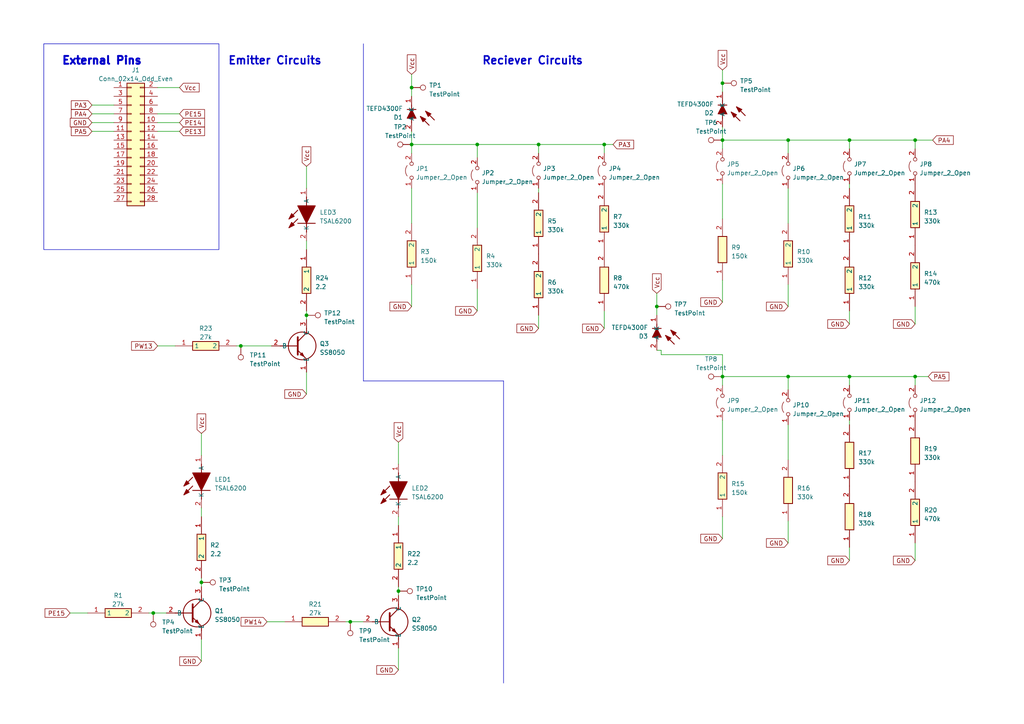
<source format=kicad_sch>
(kicad_sch (version 20230121) (generator eeschema)
  (paper "A4")
  (title_block (title "Sensor Subsystem schematic v1") (date "2024/03/21") (company "University of Cape Town"))
  (lib_symbols
    (symbol "0603WAF1503T5E:0603WAF1503T5E" (pin_names hide)
      (property "Reference" "R" (at 13.97 6.35 0))
      (property "Value" "0603WAF1503T5E" (at 13.97 3.81 0))
      (symbol "0603WAF1503T5E_1_1"
        (pin passive line (at 0 0 0) (length 5.08) (name "1") (number "1"))
        (pin passive line (at 17.78 0 180) (length 5.08) (name "2") (number "2"))
      )
    )
    (symbol "0603WAF1503T5E_1"
      (property "Reference" "R" (at 13.97 6.35 0))
      (property "Value" "0603WAF1503T5E" (at 13.97 3.81 0))
      (symbol "0603WAF1503T5E_1_1_1"
        (pin passive line (at 0 0 0) (length 5.08) (name "1") (number "1"))
        (pin passive line (at 17.78 0 180) (length 5.08) (name "2") (number "2"))
      )
    )
    (symbol "0603WAF1503T5E_2"
      (property "Reference" "R" (at 13.97 6.35 0))
      (property "Value" "0603WAF1503T5E" (at 13.97 3.81 0))
      (symbol "0603WAF1503T5E_2_1_1"
        (pin passive line (at 0 0 0) (length 5.08) (name "1") (number "1"))
        (pin passive line (at 17.78 0 180) (length 5.08) (name "2") (number "2"))
      )
    )
    (symbol "0603WAF1503T5E_3"
      (property "Reference" "R" (at 13.97 6.35 0))
      (property "Value" "0603WAF1503T5E" (at 13.97 3.81 0))
      (symbol "0603WAF1503T5E_3_1_1"
        (pin passive line (at 0 0 0) (length 5.08) (name "1") (number "1"))
        (pin passive line (at 17.78 0 180) (length 5.08) (name "2") (number "2"))
      )
    )
    (symbol "0603WAF1503T5E_4"
      (property "Reference" "R" (at 13.97 6.35 0))
      (property "Value" "0603WAF1503T5E" (at 13.97 3.81 0))
      (symbol "0603WAF1503T5E_4_1_1"
        (pin passive line (at 0 0 0) (length 5.08) (name "1") (number "1"))
        (pin passive line (at 17.78 0 180) (length 5.08) (name "2") (number "2"))
      )
    )
    (symbol "0603WAF1503T5E_5"
      (property "Reference" "R" (at 13.97 6.35 0))
      (property "Value" "0603WAF1503T5E" (at 13.97 3.81 0))
      (symbol "0603WAF1503T5E_5_1_1"
        (pin passive line (at 0 0 0) (length 5.08) (name "1") (number "1"))
        (pin passive line (at 17.78 0 180) (length 5.08) (name "2") (number "2"))
      )
    )
    (symbol "0603WAF1503T5E_6"
      (property "Reference" "R" (at 13.97 6.35 0))
      (property "Value" "0603WAF1503T5E" (at 13.97 3.81 0))
      (symbol "0603WAF1503T5E_6_1_1"
        (pin passive line (at 0 0 0) (length 5.08) (name "1") (number "1"))
        (pin passive line (at 17.78 0 180) (length 5.08) (name "2") (number "2"))
      )
    )
    (symbol "0603WAF1503T5E_7"
      (property "Reference" "R" (at 13.97 6.35 0))
      (property "Value" "0603WAF1503T5E" (at 13.97 3.81 0))
      (symbol "0603WAF1503T5E_7_1_1"
        (pin passive line (at 0 0 0) (length 5.08) (name "1") (number "1"))
        (pin passive line (at 17.78 0 180) (length 5.08) (name "2") (number "2"))
      )
    )
    (symbol "0603WAF1503T5E_8"
      (property "Reference" "R" (at 13.97 6.35 0))
      (property "Value" "0603WAF1503T5E" (at 13.97 3.81 0))
      (symbol "0603WAF1503T5E_8_1_1"
        (pin passive line (at 0 0 0) (length 5.08) (name "1") (number "1"))
        (pin passive line (at 17.78 0 180) (length 5.08) (name "2") (number "2"))
      )
    )
    (symbol "0603WAF3303T5E:0603WAF3303T5E" (pin_names hide)
      (property "Reference" "R" (at 13.97 6.35 0))
      (property "Value" "0603WAF3303T5E" (at 13.97 3.81 0))
      (symbol "0603WAF3303T5E_1_1"
        (pin passive line (at 0 0 0) (length 5.08) (name "1") (number "1"))
        (pin passive line (at 17.78 0 180) (length 5.08) (name "2") (number "2"))
      )
    )
    (symbol "0603WAF3303T5E_1"
      (property "Reference" "R" (at 13.97 6.35 0))
      (property "Value" "0603WAF3303T5E" (at 13.97 3.81 0))
      (symbol "0603WAF3303T5E_1_1_1"
        (pin passive line (at 0 0 0) (length 5.08) (name "1") (number "1"))
        (pin passive line (at 17.78 0 180) (length 5.08) (name "2") (number "2"))
      )
    )
    (symbol "0603WAF3303T5E_2"
      (property "Reference" "R" (at 13.97 6.35 0))
      (property "Value" "0603WAF3303T5E" (at 13.97 3.81 0))
      (symbol "0603WAF3303T5E_2_1_1"
        (pin passive line (at 0 0 0) (length 5.08) (name "1") (number "1"))
        (pin passive line (at 17.78 0 180) (length 5.08) (name "2") (number "2"))
      )
    )
    (symbol "0603WAF4703T5E:0603WAF4703T5E" (pin_names hide)
      (property "Reference" "R" (at 13.97 6.35 0))
      (property "Value" "0603WAF4703T5E" (at 13.97 3.81 0))
      (symbol "0603WAF4703T5E_1_1"
        (pin passive line (at 0 0 0) (length 5.08) (name "1") (number "1"))
        (pin passive line (at 17.78 0 180) (length 5.08) (name "2") (number "2"))
      )
    )
    (symbol "0603WAF4703T5E_1"
      (property "Reference" "R" (at 13.97 6.35 0))
      (property "Value" "0603WAF4703T5E" (at 13.97 3.81 0))
      (symbol "0603WAF4703T5E_1_1_1"
        (pin passive line (at 0 0 0) (length 5.08) (name "1") (number "1"))
        (pin passive line (at 17.78 0 180) (length 5.08) (name "2") (number "2"))
      )
    )
    (symbol "0603WAF4703T5E_2"
      (property "Reference" "R" (at 13.97 6.35 0))
      (property "Value" "0603WAF4703T5E" (at 13.97 3.81 0))
      (symbol "0603WAF4703T5E_2_1_1"
        (pin passive line (at 0 0 0) (length 5.08) (name "1") (number "1"))
        (pin passive line (at 17.78 0 180) (length 5.08) (name "2") (number "2"))
      )
    )
    (symbol "0805W8F220KT5E_1"
      (property "Reference" "R" (at 13.97 6.35 0))
      (property "Value" "0805W8F220KT5E" (at 13.97 3.81 0))
      (symbol "0805W8F220KT5E_1_1_1"
        (pin passive line (at 0 0 0) (length 5.08) (name "1") (number "1"))
        (pin passive line (at 17.78 0 180) (length 5.08) (name "2") (number "2"))
      )
    )
    (symbol "0805W8F220KT5E_2"
      (property "Reference" "R" (at 13.97 6.35 0))
      (property "Value" "0805W8F220KT5E" (at 13.97 3.81 0))
      (symbol "0805W8F220KT5E_2_1_1"
        (pin passive line (at 0 0 0) (length 5.08) (name "1") (number "1"))
        (pin passive line (at 17.78 0 180) (length 5.08) (name "2") (number "2"))
      )
    )
    (symbol "0805W8F2702T5E_1"
      (property "Reference" "R" (at 13.97 6.35 0))
      (property "Value" "0805W8F2702T5E" (at 13.97 3.81 0))
      (symbol "0805W8F2702T5E_1_1_1"
        (pin passive line (at 0 0 0) (length 5.08) (name "1") (number "1"))
        (pin passive line (at 17.78 0 180) (length 5.08) (name "2") (number "2"))
      )
    )
    (symbol "0805W8F2702T5E_2"
      (property "Reference" "R" (at 13.97 6.35 0))
      (property "Value" "0805W8F2702T5E" (at 13.97 3.81 0))
      (symbol "0805W8F2702T5E_2_1_1"
        (pin passive line (at 0 0 0) (length 5.08) (name "1") (number "1"))
        (pin passive line (at 17.78 0 180) (length 5.08) (name "2") (number "2"))
      )
    )
    (symbol "B:SS8050"
      (property "Reference" "Q" (at 13.97 1.27 0))
      (property "Value" "SS8050" (at 13.97 -1.27 0))
      (symbol "SS8050_1_1"
        (pin passive line (at 10.16 -7.62 90) (length 2.54) (name "E") (number "1"))
        (pin passive line (at 0 0 0) (length 2.54) (name "B") (number "2"))
        (pin passive line (at 10.16 7.62 270) (length 2.54) (name "C") (number "3"))
      )
    )
    (symbol "Connector:TestPoint" (pin_numbers hide) (pin_names (offset 0.762) hide)
      (property "Reference" "TP" (at 0 6.858 0))
      (property "Value" "TestPoint" (at 0 5.08 0))
      (symbol "TestPoint_1_1"
        (pin passive line (at 0 0 90) (length 2.54) (name "1") (number "1"))
      )
    )
    (symbol "Connector_Generic:Conn_02x14_Odd_Even" (pin_names (offset 1.016) hide)
      (property "Reference" "J" (at 1.27 17.78 0))
      (property "Value" "Conn_02x14_Odd_Even" (at 1.27 -20.32 0))
      (symbol "Conn_02x14_Odd_Even_1_1"
        (pin passive line (at -5.08 15.24 0) (length 3.81) (name "Pin_1") (number "1"))
        (pin passive line (at 7.62 5.08 180) (length 3.81) (name "Pin_10") (number "10"))
        (pin passive line (at -5.08 2.54 0) (length 3.81) (name "Pin_11") (number "11"))
        (pin passive line (at 7.62 2.54 180) (length 3.81) (name "Pin_12") (number "12"))
        (pin passive line (at -5.08 0 0) (length 3.81) (name "Pin_13") (number "13"))
        (pin passive line (at 7.62 0 180) (length 3.81) (name "Pin_14") (number "14"))
        (pin passive line (at -5.08 -2.54 0) (length 3.81) (name "Pin_15") (number "15"))
        (pin passive line (at 7.62 -2.54 180) (length 3.81) (name "Pin_16") (number "16"))
        (pin passive line (at -5.08 -5.08 0) (length 3.81) (name "Pin_17") (number "17"))
        (pin passive line (at 7.62 -5.08 180) (length 3.81) (name "Pin_18") (number "18"))
        (pin passive line (at -5.08 -7.62 0) (length 3.81) (name "Pin_19") (number "19"))
        (pin passive line (at 7.62 15.24 180) (length 3.81) (name "Pin_2") (number "2"))
        (pin passive line (at 7.62 -7.62 180) (length 3.81) (name "Pin_20") (number "20"))
        (pin passive line (at -5.08 -10.16 0) (length 3.81) (name "Pin_21") (number "21"))
        (pin passive line (at 7.62 -10.16 180) (length 3.81) (name "Pin_22") (number "22"))
        (pin passive line (at -5.08 -12.7 0) (length 3.81) (name "Pin_23") (number "23"))
        (pin passive line (at 7.62 -12.7 180) (length 3.81) (name "Pin_24") (number "24"))
        (pin passive line (at -5.08 -15.24 0) (length 3.81) (name "Pin_25") (number "25"))
        (pin passive line (at 7.62 -15.24 180) (length 3.81) (name "Pin_26") (number "26"))
        (pin passive line (at -5.08 -17.78 0) (length 3.81) (name "Pin_27") (number "27"))
        (pin passive line (at 7.62 -17.78 180) (length 3.81) (name "Pin_28") (number "28"))
        (pin passive line (at -5.08 12.7 0) (length 3.81) (name "Pin_3") (number "3"))
        (pin passive line (at 7.62 12.7 180) (length 3.81) (name "Pin_4") (number "4"))
        (pin passive line (at -5.08 10.16 0) (length 3.81) (name "Pin_5") (number "5"))
        (pin passive line (at 7.62 10.16 180) (length 3.81) (name "Pin_6") (number "6"))
        (pin passive line (at -5.08 7.62 0) (length 3.81) (name "Pin_7") (number "7"))
        (pin passive line (at 7.62 7.62 180) (length 3.81) (name "Pin_8") (number "8"))
        (pin passive line (at -5.08 5.08 0) (length 3.81) (name "Pin_9") (number "9"))
      )
    )
    (symbol "D:0805W8F2702T5E" (pin_names hide)
      (property "Reference" "R" (at 13.97 6.35 0))
      (property "Value" "0805W8F2702T5E" (at 13.97 3.81 0))
      (symbol "0805W8F2702T5E_1_1"
        (pin passive line (at 0 0 0) (length 5.08) (name "1") (number "1"))
        (pin passive line (at 17.78 0 180) (length 5.08) (name "2") (number "2"))
      )
    )
    (symbol "E:0805W8F220KT5E"
      (property "Reference" "R" (at 13.97 6.35 0))
      (property "Value" "0805W8F220KT5E" (at 13.97 3.81 0))
      (symbol "0805W8F220KT5E_1_1"
        (pin passive line (at 0 0 0) (length 5.08) (name "1") (number "1"))
        (pin passive line (at 17.78 0 180) (length 5.08) (name "2") (number "2"))
      )
    )
    (symbol "Jumper:Jumper_2_Open" (pin_names (offset 0) hide)
      (property "Reference" "JP" (at 0 2.794 0))
      (property "Value" "Jumper_2_Open" (at 0 -2.286 0))
      (symbol "Jumper_2_Open_1_1"
        (pin passive line (at -5.08 0 0) (length 2.54) (name "A") (number "1"))
        (pin passive line (at 5.08 0 180) (length 2.54) (name "B") (number "2"))
      )
    )
    (symbol "SS8050_1"
      (property "Reference" "Q" (at 13.97 1.27 0))
      (property "Value" "SS8050" (at 13.97 -1.27 0))
      (symbol "SS8050_1_1_1"
        (pin passive line (at 10.16 -7.62 90) (length 2.54) (name "E") (number "1"))
        (pin passive line (at 0 0 0) (length 2.54) (name "B") (number "2"))
        (pin passive line (at 10.16 7.62 270) (length 2.54) (name "C") (number "3"))
      )
    )
    (symbol "SS8050_2"
      (property "Reference" "Q" (at 13.97 1.27 0))
      (property "Value" "SS8050" (at 13.97 -1.27 0))
      (symbol "SS8050_2_1_1"
        (pin passive line (at 10.16 -7.62 90) (length 2.54) (name "E") (number "1"))
        (pin passive line (at 0 0 0) (length 2.54) (name "B") (number "2"))
        (pin passive line (at 10.16 7.62 270) (length 2.54) (name "C") (number "3"))
      )
    )
    (symbol "TEFD4300F:TEFD4300F"
      (property "Reference" "D" (at 3.302 -3.81 0))
      (property "Value" "TEFD4300F" (at 3.302 -6.35 0))
      (symbol "TEFD4300F_1_1"
        (pin passive line (at 0 -10.16 90) (length 2.54) (name "K") (number "1"))
        (pin passive line (at 0 0 270) (length 2.54) (name "A") (number "2"))
      )
    )
    (symbol "TSAL6200:TSAL6200"
      (property "Reference" "LED" (at 12.7 8.89 0))
      (property "Value" "TSAL6200" (at 12.7 6.35 0))
      (symbol "TSAL6200_1_1"
        (pin passive line (at 15.24 0 180) (length 2.54) (name "A") (number "1"))
        (pin passive line (at 0 0 0) (length 2.54) (name "K") (number "2"))
      )
    )
    (symbol "TSAL6200_1"
      (property "Reference" "LED" (at 12.7 8.89 0))
      (property "Value" "TSAL6200" (at 12.7 6.35 0))
      (symbol "TSAL6200_1_1_1"
        (pin passive line (at 15.24 0 180) (length 2.54) (name "A") (number "1"))
        (pin passive line (at 0 0 0) (length 2.54) (name "K") (number "2"))
      )
    )
    (symbol "TSAL6200_2"
      (property "Reference" "LED" (at 12.7 8.89 0))
      (property "Value" "TSAL6200" (at 12.7 6.35 0))
      (symbol "TSAL6200_2_1_1"
        (pin passive line (at 15.24 0 180) (length 2.54) (name "A") (number "1"))
        (pin passive line (at 0 0 0) (length 2.54) (name "K") (number "2"))
      )
    )
  )
  (junction (at 69.85 100.33))
  (junction (at 228.6 109.22))
  (junction (at 115.57 171.45))
  (junction (at 265.43 109.22))
  (junction (at 175.26 41.91))
  (junction (at 119.38 25.4))
  (junction (at 44.45 177.8))
  (junction (at 138.43 41.91))
  (junction (at 156.21 41.91))
  (junction (at 246.38 40.64))
  (junction (at 246.38 109.22))
  (junction (at 119.38 41.91))
  (junction (at 190.5 88.9))
  (junction (at 58.42 168.91))
  (junction (at 209.55 109.22))
  (junction (at 88.9 91.44))
  (junction (at 209.55 40.64))
  (junction (at 209.55 24.13))
  (junction (at 228.6 40.64))
  (junction (at 101.6 180.34))
  (junction (at 265.43 40.64))
  (wire (pts (xy 119.38 41.91) (xy 119.38 44.45)))
  (wire (pts (xy 26.67 38.1) (xy 33.02 38.1)))
  (wire (pts (xy 246.38 109.22) (xy 246.38 111.76)))
  (wire (pts (xy 246.38 53.34) (xy 246.38 54.61)))
  (wire (pts (xy 246.38 90.17) (xy 246.38 93.98)))
  (wire (pts (xy 156.21 41.91) (xy 156.21 44.45)))
  (wire (pts (xy 115.57 128.27) (xy 115.57 134.62)))
  (wire (pts (xy 26.67 35.56) (xy 33.02 35.56)))
  (wire (pts (xy 209.55 40.64) (xy 228.6 40.64)))
  (wire (pts (xy 156.21 91.44) (xy 156.21 95.25)))
  (wire (pts (xy 119.38 82.55) (xy 119.38 88.9)))
  (wire (pts (xy 209.55 40.64) (xy 209.55 43.18)))
  (wire (pts (xy 246.38 40.64) (xy 265.43 40.64)))
  (wire (pts (xy 209.55 121.92) (xy 209.55 132.08)))
  (wire (pts (xy 119.38 21.59) (xy 119.38 25.4)))
  (wire (pts (xy 246.38 109.22) (xy 265.43 109.22)))
  (wire (pts (xy 175.26 90.17) (xy 175.26 95.25)))
  (wire (pts (xy 209.55 36.83) (xy 209.55 40.64)))
  (wire (pts (xy 228.6 109.22) (xy 228.6 113.03)))
  (wire (pts (xy 191.77 101.6) (xy 190.5 101.6)))
  (wire (pts (xy 191.77 102.87) (xy 191.77 101.6)))
  (wire (pts (xy 265.43 109.22) (xy 265.43 111.76)))
  (wire (pts (xy 265.43 40.64) (xy 270.51 40.64)))
  (wire (pts (xy 44.45 177.8) (xy 48.26 177.8)))
  (wire (pts (xy 138.43 83.82) (xy 138.43 90.17)))
  (wire (pts (xy 101.6 180.34) (xy 105.41 180.34)))
  (wire (pts (xy 228.6 151.13) (xy 228.6 157.48)))
  (wire (pts (xy 100.33 180.34) (xy 101.6 180.34)))
  (wire (pts (xy 190.5 88.9) (xy 190.5 91.44)))
  (wire (pts (xy 58.42 168.91) (xy 58.42 170.18)))
  (wire (pts (xy 68.58 100.33) (xy 69.85 100.33)))
  (wire (pts (xy 209.55 102.87) (xy 209.55 109.22)))
  (wire (pts (xy 77.47 180.34) (xy 82.55 180.34)))
  (wire (pts (xy 265.43 109.22) (xy 269.24 109.22)))
  (wire (pts (xy 26.67 30.48) (xy 33.02 30.48)))
  (wire (pts (xy 43.18 177.8) (xy 44.45 177.8)))
  (wire (pts (xy 246.38 40.64) (xy 246.38 43.18)))
  (wire (pts (xy 45.72 100.33) (xy 50.8 100.33)))
  (wire (pts (xy 190.5 85.09) (xy 190.5 88.9)))
  (wire (pts (xy 228.6 40.64) (xy 228.6 44.45)))
  (wire (pts (xy 175.26 41.91) (xy 175.26 44.45)))
  (wire (pts (xy 119.38 54.61) (xy 119.38 64.77)))
  (wire (pts (xy 246.38 121.92) (xy 246.38 123.19)))
  (wire (pts (xy 45.72 35.56) (xy 52.07 35.56)))
  (wire (pts (xy 115.57 170.18) (xy 115.57 171.45)))
  (wire (pts (xy 246.38 158.75) (xy 246.38 162.56)))
  (wire (pts (xy 156.21 41.91) (xy 175.26 41.91)))
  (wire (pts (xy 209.55 109.22) (xy 228.6 109.22)))
  (wire (pts (xy 209.55 20.32) (xy 209.55 24.13)))
  (wire (pts (xy 115.57 187.96) (xy 115.57 194.31)))
  (wire (pts (xy 119.38 38.1) (xy 119.38 41.91)))
  (wire (pts (xy 265.43 157.48) (xy 265.43 162.56)))
  (wire (pts (xy 45.72 33.02) (xy 52.07 33.02)))
  (polyline (pts (xy 146.05 110.49) (xy 146.05 198.12)))
  (wire (pts (xy 228.6 40.64) (xy 246.38 40.64)))
  (wire (pts (xy 138.43 55.88) (xy 138.43 66.04)))
  (wire (pts (xy 88.9 48.26) (xy 88.9 54.61)))
  (wire (pts (xy 88.9 90.17) (xy 88.9 91.44)))
  (wire (pts (xy 45.72 25.4) (xy 52.07 25.4)))
  (wire (pts (xy 88.9 107.95) (xy 88.9 114.3)))
  (wire (pts (xy 209.55 102.87) (xy 191.77 102.87)))
  (wire (pts (xy 119.38 41.91) (xy 138.43 41.91)))
  (wire (pts (xy 209.55 53.34) (xy 209.55 63.5)))
  (polyline (pts (xy 105.41 12.7) (xy 105.41 110.49)))
  (wire (pts (xy 58.42 167.64) (xy 58.42 168.91)))
  (wire (pts (xy 209.55 81.28) (xy 209.55 87.63)))
  (wire (pts (xy 138.43 41.91) (xy 156.21 41.91)))
  (wire (pts (xy 138.43 41.91) (xy 138.43 45.72)))
  (wire (pts (xy 209.55 109.22) (xy 209.55 111.76)))
  (wire (pts (xy 26.67 33.02) (xy 33.02 33.02)))
  (wire (pts (xy 58.42 147.32) (xy 58.42 149.86)))
  (wire (pts (xy 88.9 91.44) (xy 88.9 92.71)))
  (wire (pts (xy 88.9 69.85) (xy 88.9 72.39)))
  (wire (pts (xy 115.57 171.45) (xy 115.57 172.72)))
  (wire (pts (xy 209.55 149.86) (xy 209.55 156.21)))
  (wire (pts (xy 115.57 149.86) (xy 115.57 152.4)))
  (wire (pts (xy 20.32 177.8) (xy 25.4 177.8)))
  (wire (pts (xy 175.26 41.91) (xy 177.8 41.91)))
  (wire (pts (xy 119.38 25.4) (xy 119.38 27.94)))
  (wire (pts (xy 45.72 38.1) (xy 52.07 38.1)))
  (wire (pts (xy 58.42 125.73) (xy 58.42 132.08)))
  (wire (pts (xy 265.43 40.64) (xy 265.43 43.18)))
  (wire (pts (xy 228.6 123.19) (xy 228.6 133.35)))
  (wire (pts (xy 58.42 185.42) (xy 58.42 191.77)))
  (polyline (pts (xy 105.41 110.49) (xy 146.05 110.49)))
  (wire (pts (xy 69.85 100.33) (xy 78.74 100.33)))
  (wire (pts (xy 228.6 54.61) (xy 228.6 64.77)))
  (wire (pts (xy 265.43 88.9) (xy 265.43 93.98)))
  (wire (pts (xy 209.55 24.13) (xy 209.55 26.67)))
  (wire (pts (xy 156.21 54.61) (xy 156.21 55.88)))
  (wire (pts (xy 228.6 82.55) (xy 228.6 88.9)))
  (wire (pts (xy 228.6 109.22) (xy 246.38 109.22)))
  (rectangle (start 12.7 12.7) (end 63.5 72.39))
  (text "Emitter Circuits" (at 66.04 19.05 0) (effects (font (size 2.27 2.27) (thickness 0.454) bold) (justify left bottom)))
  (text "External Pins\n" (at 17.78 19.05 0) (effects (font (size 2.27 2.27) (thickness 0.654) bold) (justify left bottom)))
  (text "Reciever Circuits" (at 139.7 19.05 0) (effects (font (size 2.27 2.27) bold) (justify left bottom)))
  (global_label "GND" (shape input) (at 228.6 88.9 180) (property "Intersheetrefs" "${INTERSHEET_REFS}" (effects hide)))
  (global_label "GND" (shape input) (at 58.42 191.77 180) (property "Intersheetrefs" "${INTERSHEET_REFS}" (effects hide)))
  (global_label "GND" (shape input) (at 119.38 88.9 180) (property "Intersheetrefs" "${INTERSHEET_REFS}" (effects hide)))
  (global_label "PA5" (shape input) (at 26.67 38.1 180) (property "Intersheetrefs" "${INTERSHEET_REFS}" (effects hide)))
  (global_label "Vcc" (shape input) (at 119.38 21.59 90) (property "Intersheetrefs" "${INTERSHEET_REFS}" (effects hide)))
  (global_label "GND" (shape input) (at 209.55 156.21 180) (property "Intersheetrefs" "${INTERSHEET_REFS}" (effects hide)))
  (global_label "Vcc" (shape input) (at 58.42 125.73 90) (property "Intersheetrefs" "${INTERSHEET_REFS}" (effects hide)))
  (global_label "Vcc" (shape input) (at 115.57 128.27 90) (property "Intersheetrefs" "${INTERSHEET_REFS}" (effects hide)))
  (global_label "GND" (shape input) (at 156.21 95.25 180) (property "Intersheetrefs" "${INTERSHEET_REFS}" (effects hide)))
  (global_label "GND" (shape input) (at 138.43 90.17 180) (property "Intersheetrefs" "${INTERSHEET_REFS}" (effects hide)))
  (global_label "GND" (shape input) (at 246.38 93.98 180) (property "Intersheetrefs" "${INTERSHEET_REFS}" (effects hide)))
  (global_label "PA3" (shape input) (at 26.67 30.48 180) (property "Intersheetrefs" "${INTERSHEET_REFS}" (effects hide)))
  (global_label "GND" (shape input) (at 209.55 87.63 180) (property "Intersheetrefs" "${INTERSHEET_REFS}" (effects hide)))
  (global_label "Vcc" (shape input) (at 88.9 48.26 90) (property "Intersheetrefs" "${INTERSHEET_REFS}" (effects hide)))
  (global_label "PE15" (shape input) (at 52.07 33.02 0) (property "Intersheetrefs" "${INTERSHEET_REFS}" (effects hide)))
  (global_label "Vcc" (shape input) (at 52.07 25.4 0) (property "Intersheetrefs" "${INTERSHEET_REFS}" (effects hide)))
  (global_label "PA5" (shape input) (at 269.24 109.22 0) (property "Intersheetrefs" "${INTERSHEET_REFS}" (effects hide)))
  (global_label "GND" (shape input) (at 88.9 114.3 180) (property "Intersheetrefs" "${INTERSHEET_REFS}" (effects hide)))
  (global_label "PA4" (shape input) (at 270.51 40.64 0) (property "Intersheetrefs" "${INTERSHEET_REFS}" (effects hide)))
  (global_label "GND" (shape input) (at 175.26 95.25 180) (property "Intersheetrefs" "${INTERSHEET_REFS}" (effects hide)))
  (global_label "GND" (shape input) (at 228.6 157.48 180) (property "Intersheetrefs" "${INTERSHEET_REFS}" (effects hide)))
  (global_label "PA3" (shape input) (at 177.8 41.91 0) (property "Intersheetrefs" "${INTERSHEET_REFS}" (effects hide)))
  (global_label "PE13" (shape input) (at 52.07 38.1 0) (property "Intersheetrefs" "${INTERSHEET_REFS}" (effects hide)))
  (global_label "GND" (shape input) (at 265.43 162.56 180) (property "Intersheetrefs" "${INTERSHEET_REFS}" (effects hide)))
  (global_label "PA4" (shape input) (at 26.67 33.02 180) (property "Intersheetrefs" "${INTERSHEET_REFS}" (effects hide)))
  (global_label "GND" (shape input) (at 246.38 162.56 180) (property "Intersheetrefs" "${INTERSHEET_REFS}" (effects hide)))
  (global_label "Vcc" (shape input) (at 209.55 20.32 90) (property "Intersheetrefs" "${INTERSHEET_REFS}" (effects hide)))
  (global_label "PE14" (shape input) (at 52.07 35.56 0) (property "Intersheetrefs" "${INTERSHEET_REFS}" (effects hide)))
  (global_label "PE15" (shape input) (at 20.32 177.8 180) (property "Intersheetrefs" "${INTERSHEET_REFS}" (effects hide)))
  (global_label "GND" (shape input) (at 26.67 35.56 180) (property "Intersheetrefs" "${INTERSHEET_REFS}" (effects hide)))
  (global_label "GND" (shape input) (at 265.43 93.98 180) (property "Intersheetrefs" "${INTERSHEET_REFS}" (effects hide)))
  (global_label "PW13" (shape input) (at 45.72 100.33 180) (property "Intersheetrefs" "${INTERSHEET_REFS}" (effects hide)))
  (global_label "PW14" (shape input) (at 77.47 180.34 180) (property "Intersheetrefs" "${INTERSHEET_REFS}" (effects hide)))
  (global_label "GND" (shape input) (at 115.57 194.31 180) (property "Intersheetrefs" "${INTERSHEET_REFS}" (effects hide)))
  (global_label "Vcc" (shape input) (at 190.5 85.09 90) (property "Intersheetrefs" "${INTERSHEET_REFS}" (effects hide)))
  (symbol (lib_name "0603WAF3303T5E_2") (lib_id "0603WAF3303T5E:0603WAF3303T5E") (at 228.6 82.55 90) (unit 1)
    (property "Reference" "R10" (at 231.14 73.025 90) (effects (justify right)))
    (property "Value" "330k" (at 231.14 75.565 90) (effects (justify right)))
    (property "Footprint" "IRSensor:RESC1608X55N" (effects hide))
    (property "Datasheet" "https://datasheet.lcsc.com/szlcsc/Uniroyal-Elec-0603WAF3303T5E_C23137.pdf" (effects hide))
    (property "Height" "0.55" (effects hide))
    (property "Manufacturer_Name" "Uniroyal Elec" (effects hide))
    (property "Manufacturer_Part_Number" "0603WAF3303T5E" (effects hide))
    (property "LCSC" "0603WAF3303T5E" (effects hide))
    (property "Extended" "0" (effects hide))
    (property "Price" "0.0009" (effects hide))
    (property "Populate" "1" (effects hide))
  )
  (symbol (lib_id "0603WAF1503T5E:0603WAF1503T5E") (at 265.43 139.7 90) (unit 1)
    (property "Reference" "R19" (at 267.97 130.175 90) (effects (justify right)))
    (property "Value" "330k" (at 267.97 132.715 90) (effects (justify right)))
    (property "Footprint" "IRSensor:RESC1608X55N" (effects hide))
    (property "Datasheet" "https://4donline.ihs.com/images/VipMasterIC/IC/UNOD/UNODS00002/UNODS00002-1.pdf?hkey=EF798316E3902B6ED9A73243A3159BB0" (effects hide))
    (property "Height" "0.55" (effects hide))
    (property "Manufacturer_Name" "UniOhm" (effects hide))
    (property "Manufacturer_Part_Number" "0603WAF1503T5E" (effects hide))
    (property "LCSC" "0603WAF1503T5E" (effects hide))
    (property "Extended" "0" (effects hide))
    (property "Price" "0.0009" (effects hide))
    (property "Populate" "1" (effects hide))
  )
  (symbol (lib_id "TEFD4300F:TEFD4300F") (at 190.5 101.6 180) (unit 1)
    (property "Reference" "D3" (at 187.96 97.536 0) (effects (justify left)))
    (property "Value" "TEFD4300F" (at 187.96 94.996 0) (effects (justify left)))
    (property "Footprint" "IRSensor:TEFD4300F" (effects hide))
    (property "Datasheet" "https://www.vishay.com/docs/83472/tefd4300f.pdf" (effects hide))
    (property "Height" "6.1" (effects hide))
    (property "Manufacturer_Name" "Vishay" (effects hide))
    (property "Manufacturer_Part_Number" "TEFD4300F" (effects hide))
    (property "Mouser Part Number" "78-TEFD4300F" (effects hide))
    (property "Mouser Price/Stock" "https://www.mouser.co.uk/ProductDetail/Vishay-Semiconductors/TEFD4300F?qs=%2FiEspNgtOvpTzG8BUJ6PYA%3D%3D" (effects hide))
    (property "Arrow Part Number" "TEFD4300F" (effects hide))
    (property "Arrow Price/Stock" "https://www.arrow.com/en/products/tefd4300f/vishay?region=nac" (effects hide))
    (property "LCSC" "TEFD4300F" (effects hide))
    (property "Extended" "1" (effects hide))
    (property "Price" "0.2241" (effects hide))
    (property "Populate" "1" (effects hide))
  )
  (symbol (lib_id "TEFD4300F:TEFD4300F") (at 119.38 38.1 180) (unit 1)
    (property "Reference" "D1" (at 116.84 34.036 0) (effects (justify left)))
    (property "Value" "TEFD4300F" (at 116.84 31.496 0) (effects (justify left)))
    (property "Footprint" "IRSensor:TEFD4300F" (effects hide))
    (property "Datasheet" "https://www.vishay.com/docs/83472/tefd4300f.pdf" (effects hide))
    (property "Height" "6.1" (effects hide))
    (property "Manufacturer_Name" "Vishay" (effects hide))
    (property "Manufacturer_Part_Number" "TEFD4300F" (effects hide))
    (property "Mouser Part Number" "78-TEFD4300F" (effects hide))
    (property "Mouser Price/Stock" "https://www.mouser.co.uk/ProductDetail/Vishay-Semiconductors/TEFD4300F?qs=%2FiEspNgtOvpTzG8BUJ6PYA%3D%3D" (effects hide))
    (property "Arrow Part Number" "TEFD4300F" (effects hide))
    (property "Arrow Price/Stock" "https://www.arrow.com/en/products/tefd4300f/vishay?region=nac" (effects hide))
    (property "LCSC" "TEFD4300F" (effects hide))
    (property "Extended" "1" (effects hide))
    (property "Price" "0.2241" (effects hide))
    (property "Populate" "1" (effects hide))
  )
  (symbol (lib_id "TSAL6200:TSAL6200") (at 115.57 149.86 90) (unit 1)
    (property "Reference" "LED2" (at 119.38 141.605 90) (effects (justify right)))
    (property "Value" "TSAL6200" (at 119.38 144.145 90) (effects (justify right)))
    (property "Footprint" "IRSensor:TSAL6200" (effects hide))
    (property "Datasheet" "http://www.vishay.com/docs/81010/tsal6200.pdf" (effects hide))
    (property "Height" "9" (effects hide))
    (property "Manufacturer_Name" "Vishay" (effects hide))
    (property "Manufacturer_Part_Number" "TSAL6200" (effects hide))
    (property "Mouser Part Number" "782-TSAL6200" (effects hide))
    (property "Mouser Price/Stock" "https://www.mouser.co.uk/ProductDetail/Vishay-Semiconductors/TSAL6200?qs=GAjK1cmKyrlKVEUhArzG2A%3D%3D" (effects hide))
    (property "Arrow Part Number" "TSAL6200" (effects hide))
    (property "Arrow Price/Stock" "https://www.arrow.com/en/products/tsal6200/vishay?region=nac" (effects hide))
    (property "LCSC" "TSAL6200" (effects hide))
    (property "Extended" "1" (effects hide))
    (property "Price" "0.0936" (effects hide))
    (property "Populate" "1" (effects hide))
  )
  (symbol (lib_id "Connector:TestPoint") (at 190.5 88.9 270) (unit 1)
    (property "Reference" "TP7" (at 195.58 88.265 90) (effects (justify left)))
    (property "Value" "TestPoint" (at 195.58 90.805 90) (effects (justify left)))
    (property "Footprint" "TestPoint:TestPoint_Pad_2.0x2.0mm" (effects hide))
  )
  (symbol (lib_id "Connector:TestPoint") (at 209.55 109.22 90) (unit 1)
    (property "Reference" "TP8" (at 206.248 104.14 90))
    (property "Value" "TestPoint" (at 206.248 106.68 90))
    (property "Footprint" "TestPoint:TestPoint_Pad_2.0x2.0mm" (effects hide))
  )
  (symbol (lib_id "Jumper:Jumper_2_Open") (at 228.6 49.53 90) (unit 1)
    (property "Reference" "JP6" (at 229.87 48.895 90) (effects (justify right)))
    (property "Value" "Jumper_2_Open" (at 229.87 51.435 90) (effects (justify right)))
    (property "Footprint" "TestPoint:TestPoint_2Pads_Pitch2.54mm_Drill0.8mm" (effects hide))
  )
  (symbol (lib_name "0805W8F220KT5E_1") (lib_id "E:0805W8F220KT5E") (at 88.9 72.39 270) (unit 1)
    (property "Reference" "R24" (at 91.44 80.645 90) (effects (justify left)))
    (property "Value" "2.2" (at 91.44 83.185 90) (effects (justify left)))
    (property "Footprint" "IRSensor:RESC2013X65N" (effects hide))
    (property "Datasheet" "https://datasheet.lcsc.com/lcsc/2206010200_UNI-ROYAL-Uniroyal-Elec-0805W8F220KT5E_C17521.pdf" (effects hide))
    (property "Height" "0.65" (effects hide))
    (property "Manufacturer_Name" "ROYALOHM" (effects hide))
    (property "Manufacturer_Part_Number" "0805W8F220KT5E" (effects hide))
    (property "Mouser Part Number" "303-0805W8F220KT5E" (effects hide))
    (property "Mouser Price/Stock" "https://www.mouser.co.uk/ProductDetail/Royalohm/0805W8F220KT5E?qs=e8oIoAS2J1TbpU4qbHZObA%3D%3D" (effects hide))
    (property "LCSC" "0805W8F220KT5E" (effects hide))
    (property "Extended" "0" (effects hide))
    (property "Price" "0.0025" (effects hide))
    (property "Populate" "1" (effects hide))
  )
  (symbol (lib_id "Jumper:Jumper_2_Open") (at 209.55 48.26 90) (unit 1)
    (property "Reference" "JP5" (at 210.82 47.625 90) (effects (justify right)))
    (property "Value" "Jumper_2_Open" (at 210.82 50.165 90) (effects (justify right)))
    (property "Footprint" "TestPoint:TestPoint_2Pads_Pitch2.54mm_Drill0.8mm" (effects hide))
  )
  (symbol (lib_name "0805W8F2702T5E_2") (lib_id "D:0805W8F2702T5E") (at 25.4 177.8 0) (unit 1)
    (property "Reference" "R1" (at 34.29 172.72 0))
    (property "Value" "27k" (at 34.29 175.26 0))
    (property "Footprint" "IRSensor:RESC2013X65N" (effects hide))
    (property "Datasheet" "https://datasheet.lcsc.com/szlcsc/Uniroyal-Elec-0805W8F2702T5E_C17593.pdf" (effects hide))
    (property "Height" "0.65" (effects hide))
    (property "Manufacturer_Name" "UniOhm" (effects hide))
    (property "Manufacturer_Part_Number" "0805W8F2702T5E" (effects hide))
    (property "LCSC" "0805W8F2702T5E" (effects hide))
    (property "Extended" "0" (effects hide))
    (property "Price" "0.0016" (effects hide))
    (property "Populate" "1" (effects hide))
  )
  (symbol (lib_id "Connector:TestPoint") (at 101.6 180.34 180) (unit 1)
    (property "Reference" "TP9" (at 104.14 183.007 0) (effects (justify right)))
    (property "Value" "TestPoint" (at 104.14 185.547 0) (effects (justify right)))
    (property "Footprint" "TestPoint:TestPoint_Pad_2.0x2.0mm" (effects hide))
  )
  (symbol (lib_id "Jumper:Jumper_2_Open") (at 228.6 118.11 90) (unit 1)
    (property "Reference" "JP10" (at 229.87 117.475 90) (effects (justify right)))
    (property "Value" "Jumper_2_Open" (at 229.87 120.015 90) (effects (justify right)))
    (property "Footprint" "TestPoint:TestPoint_2Pads_Pitch2.54mm_Drill0.8mm" (effects hide))
  )
  (symbol (lib_name "0603WAF1503T5E_8") (lib_id "0603WAF1503T5E:0603WAF1503T5E") (at 265.43 71.12 90) (unit 1)
    (property "Reference" "R13" (at 267.97 61.595 90) (effects (justify right)))
    (property "Value" "330k" (at 267.97 64.135 90) (effects (justify right)))
    (property "Footprint" "IRSensor:RESC1608X55N" (effects hide))
    (property "Datasheet" "https://4donline.ihs.com/images/VipMasterIC/IC/UNOD/UNODS00002/UNODS00002-1.pdf?hkey=EF798316E3902B6ED9A73243A3159BB0" (effects hide))
    (property "Height" "0.55" (effects hide))
    (property "Manufacturer_Name" "UniOhm" (effects hide))
    (property "Manufacturer_Part_Number" "0603WAF1503T5E" (effects hide))
    (property "LCSC" "0603WAF1503T5E" (effects hide))
    (property "Extended" "0" (effects hide))
    (property "Price" "0.0009" (effects hide))
    (property "Populate" "1" (effects hide))
  )
  (symbol (lib_name "0603WAF1503T5E_2") (lib_id "0603WAF1503T5E:0603WAF1503T5E") (at 209.55 149.86 90) (unit 1)
    (property "Reference" "R15" (at 212.09 140.335 90) (effects (justify right)))
    (property "Value" "150k" (at 212.09 142.875 90) (effects (justify right)))
    (property "Footprint" "IRSensor:RESC1608X55N" (effects hide))
    (property "Datasheet" "https://4donline.ihs.com/images/VipMasterIC/IC/UNOD/UNODS00002/UNODS00002-1.pdf?hkey=EF798316E3902B6ED9A73243A3159BB0" (effects hide))
    (property "Height" "0.55" (effects hide))
    (property "Manufacturer_Name" "UniOhm" (effects hide))
    (property "Manufacturer_Part_Number" "0603WAF1503T5E" (effects hide))
    (property "LCSC" "0603WAF1503T5E" (effects hide))
    (property "Extended" "0" (effects hide))
    (property "Price" "0.0009" (effects hide))
    (property "Populate" "1" (effects hide))
  )
  (symbol (lib_name "TSAL6200_1") (lib_id "TSAL6200:TSAL6200") (at 88.9 69.85 90) (unit 1)
    (property "Reference" "LED3" (at 92.71 61.595 90) (effects (justify right)))
    (property "Value" "TSAL6200" (at 92.71 64.135 90) (effects (justify right)))
    (property "Footprint" "IRSensor:TSAL6200" (effects hide))
    (property "Datasheet" "http://www.vishay.com/docs/81010/tsal6200.pdf" (effects hide))
    (property "Height" "9" (effects hide))
    (property "Manufacturer_Name" "Vishay" (effects hide))
    (property "Manufacturer_Part_Number" "TSAL6200" (effects hide))
    (property "Mouser Part Number" "782-TSAL6200" (effects hide))
    (property "Mouser Price/Stock" "https://www.mouser.co.uk/ProductDetail/Vishay-Semiconductors/TSAL6200?qs=GAjK1cmKyrlKVEUhArzG2A%3D%3D" (effects hide))
    (property "Arrow Part Number" "TSAL6200" (effects hide))
    (property "Arrow Price/Stock" "https://www.arrow.com/en/products/tsal6200/vishay?region=nac" (effects hide))
    (property "LCSC" "TSAL6200" (effects hide))
    (property "Extended" "1" (effects hide))
    (property "Price" "0.0936" (effects hide))
    (property "Populate" "1" (effects hide))
  )
  (symbol (lib_name "TSAL6200_2") (lib_id "TSAL6200:TSAL6200") (at 58.42 147.32 90) (unit 1)
    (property "Reference" "LED1" (at 62.23 139.065 90) (effects (justify right)))
    (property "Value" "TSAL6200" (at 62.23 141.605 90) (effects (justify right)))
    (property "Footprint" "IRSensor:TSAL6200" (effects hide))
    (property "Datasheet" "http://www.vishay.com/docs/81010/tsal6200.pdf" (effects hide))
    (property "Height" "9" (effects hide))
    (property "Manufacturer_Name" "Vishay" (effects hide))
    (property "Manufacturer_Part_Number" "TSAL6200" (effects hide))
    (property "Mouser Part Number" "782-TSAL6200" (effects hide))
    (property "Mouser Price/Stock" "https://www.mouser.co.uk/ProductDetail/Vishay-Semiconductors/TSAL6200?qs=GAjK1cmKyrlKVEUhArzG2A%3D%3D" (effects hide))
    (property "Arrow Part Number" "TSAL6200" (effects hide))
    (property "Arrow Price/Stock" "https://www.arrow.com/en/products/tsal6200/vishay?region=nac" (effects hide))
    (property "LCSC" "TSAL6200" (effects hide))
    (property "Extended" "1" (effects hide))
    (property "Price" "0.0936" (effects hide))
    (property "Populate" "1" (effects hide))
  )
  (symbol (lib_id "0603WAF1503T5E:0603WAF1503T5E") (at 246.38 140.97 90) (unit 1)
    (property "Reference" "R17" (at 248.92 131.445 90) (effects (justify right)))
    (property "Value" "330k" (at 248.92 133.985 90) (effects (justify right)))
    (property "Footprint" "IRSensor:RESC1608X55N" (effects hide))
    (property "Datasheet" "https://4donline.ihs.com/images/VipMasterIC/IC/UNOD/UNODS00002/UNODS00002-1.pdf?hkey=EF798316E3902B6ED9A73243A3159BB0" (effects hide))
    (property "Height" "0.55" (effects hide))
    (property "Manufacturer_Name" "UniOhm" (effects hide))
    (property "Manufacturer_Part_Number" "0603WAF1503T5E" (effects hide))
    (property "LCSC" "0603WAF1503T5E" (effects hide))
    (property "Extended" "0" (effects hide))
    (property "Price" "0.0009" (effects hide))
    (property "Populate" "1" (effects hide))
  )
  (symbol (lib_id "Connector_Generic:Conn_02x14_Odd_Even") (at 38.1 40.64 0) (unit 1)
    (property "Reference" "J1" (at 39.37 20.32 0))
    (property "Value" "Conn_02x14_Odd_Even" (at 39.37 22.86 0))
    (property "Footprint" "Connector_PinHeader_2.54mm:PinHeader_2x14_P2.54mm_Vertical" (effects hide))
  )
  (symbol (lib_name "0603WAF1503T5E_4") (lib_id "0603WAF1503T5E:0603WAF1503T5E") (at 156.21 91.44 90) (unit 1)
    (property "Reference" "R6" (at 158.75 81.915 90) (effects (justify right)))
    (property "Value" "330k" (at 158.75 84.455 90) (effects (justify right)))
    (property "Footprint" "IRSensor:RESC1608X55N" (effects hide))
    (property "Datasheet" "https://4donline.ihs.com/images/VipMasterIC/IC/UNOD/UNODS00002/UNODS00002-1.pdf?hkey=EF798316E3902B6ED9A73243A3159BB0" (effects hide))
    (property "Height" "0.55" (effects hide))
    (property "Manufacturer_Name" "UniOhm" (effects hide))
    (property "Manufacturer_Part_Number" "0603WAF1503T5E" (effects hide))
    (property "LCSC" "0603WAF1503T5E" (effects hide))
    (property "Extended" "0" (effects hide))
    (property "Price" "0.0009" (effects hide))
    (property "Populate" "1" (effects hide))
  )
  (symbol (lib_id "Jumper:Jumper_2_Open") (at 265.43 116.84 90) (unit 1)
    (property "Reference" "JP12" (at 266.7 116.205 90) (effects (justify right)))
    (property "Value" "Jumper_2_Open" (at 266.7 118.745 90) (effects (justify right)))
    (property "Footprint" "TestPoint:TestPoint_2Pads_Pitch2.54mm_Drill0.8mm" (effects hide))
  )
  (symbol (lib_id "Jumper:Jumper_2_Open") (at 138.43 50.8 90) (unit 1)
    (property "Reference" "JP2" (at 139.7 50.165 90) (effects (justify right)))
    (property "Value" "Jumper_2_Open" (at 139.7 52.705 90) (effects (justify right)))
    (property "Footprint" "TestPoint:TestPoint_2Pads_Pitch2.54mm_Drill0.8mm" (effects hide))
  )
  (symbol (lib_id "Connector:TestPoint") (at 88.9 91.44 270) (unit 1)
    (property "Reference" "TP12" (at 93.98 90.805 90) (effects (justify left)))
    (property "Value" "TestPoint" (at 93.98 93.345 90) (effects (justify left)))
    (property "Footprint" "TestPoint:TestPoint_Pad_2.0x2.0mm" (effects hide))
  )
  (symbol (lib_id "Jumper:Jumper_2_Open") (at 209.55 116.84 90) (unit 1)
    (property "Reference" "JP9" (at 210.82 116.205 90) (effects (justify right)))
    (property "Value" "Jumper_2_Open" (at 210.82 118.745 90) (effects (justify right)))
    (property "Footprint" "TestPoint:TestPoint_2Pads_Pitch2.54mm_Drill0.8mm" (effects hide))
  )
  (symbol (lib_name "0805W8F220KT5E_2") (lib_id "E:0805W8F220KT5E") (at 58.42 149.86 270) (unit 1)
    (property "Reference" "R2" (at 60.96 158.115 90) (effects (justify left)))
    (property "Value" "2.2" (at 60.96 160.655 90) (effects (justify left)))
    (property "Footprint" "IRSensor:RESC2013X65N" (effects hide))
    (property "Datasheet" "https://datasheet.lcsc.com/lcsc/2206010200_UNI-ROYAL-Uniroyal-Elec-0805W8F220KT5E_C17521.pdf" (effects hide))
    (property "Height" "0.65" (effects hide))
    (property "Manufacturer_Name" "ROYALOHM" (effects hide))
    (property "Manufacturer_Part_Number" "0805W8F220KT5E" (effects hide))
    (property "Mouser Part Number" "303-0805W8F220KT5E" (effects hide))
    (property "Mouser Price/Stock" "https://www.mouser.co.uk/ProductDetail/Royalohm/0805W8F220KT5E?qs=e8oIoAS2J1TbpU4qbHZObA%3D%3D" (effects hide))
    (property "LCSC" "0805W8F220KT5E" (effects hide))
    (property "Extended" "0" (effects hide))
    (property "Price" "0.0025" (effects hide))
    (property "Populate" "1" (effects hide))
  )
  (symbol (lib_name "0603WAF1503T5E_3") (lib_id "0603WAF1503T5E:0603WAF1503T5E") (at 156.21 73.66 90) (unit 1)
    (property "Reference" "R5" (at 158.75 64.135 90) (effects (justify right)))
    (property "Value" "330k" (at 158.75 66.675 90) (effects (justify right)))
    (property "Footprint" "IRSensor:RESC1608X55N" (effects hide))
    (property "Datasheet" "https://4donline.ihs.com/images/VipMasterIC/IC/UNOD/UNODS00002/UNODS00002-1.pdf?hkey=EF798316E3902B6ED9A73243A3159BB0" (effects hide))
    (property "Height" "0.55" (effects hide))
    (property "Manufacturer_Name" "UniOhm" (effects hide))
    (property "Manufacturer_Part_Number" "0603WAF1503T5E" (effects hide))
    (property "LCSC" "0603WAF1503T5E" (effects hide))
    (property "Extended" "0" (effects hide))
    (property "Price" "0.0009" (effects hide))
    (property "Populate" "1" (effects hide))
  )
  (symbol (lib_id "Jumper:Jumper_2_Open") (at 175.26 49.53 90) (unit 1)
    (property "Reference" "JP4" (at 176.53 48.895 90) (effects (justify right)))
    (property "Value" "Jumper_2_Open" (at 176.53 51.435 90) (effects (justify right)))
    (property "Footprint" "TestPoint:TestPoint_2Pads_Pitch2.54mm_Drill0.8mm" (effects hide))
  )
  (symbol (lib_id "Connector:TestPoint") (at 58.42 168.91 270) (unit 1)
    (property "Reference" "TP3" (at 63.5 168.275 90) (effects (justify left)))
    (property "Value" "TestPoint" (at 63.5 170.815 90) (effects (justify left)))
    (property "Footprint" "TestPoint:TestPoint_Pad_2.0x2.0mm" (effects hide))
  )
  (symbol (lib_id "Jumper:Jumper_2_Open") (at 265.43 48.26 90) (unit 1)
    (property "Reference" "JP8" (at 266.7 47.625 90) (effects (justify right)))
    (property "Value" "Jumper_2_Open" (at 266.7 50.165 90) (effects (justify right)))
    (property "Footprint" "TestPoint:TestPoint_2Pads_Pitch2.54mm_Drill0.8mm" (effects hide))
  )
  (symbol (lib_name "0603WAF4703T5E_2") (lib_id "0603WAF4703T5E:0603WAF4703T5E") (at 265.43 157.48 90) (unit 1)
    (property "Reference" "R20" (at 267.97 147.955 90) (effects (justify right)))
    (property "Value" "470k" (at 267.97 150.495 90) (effects (justify right)))
    (property "Footprint" "IRSensor:RESC1608X55N" (effects hide))
    (property "Datasheet" "https://datasheet.lcsc.com/lcsc/2206010116_UNI-ROYAL-Uniroyal-Elec-0603WAF4703T5E_C23178.pdf" (effects hide))
    (property "Height" "0.55" (effects hide))
    (property "Manufacturer_Name" "UNI-ROYAL(Uniroyal Elec)" (effects hide))
    (property "Manufacturer_Part_Number" "0603WAF4703T5E" (effects hide))
    (property "LCSC" "0603WAF4703T5E" (effects hide))
    (property "Extended" "0" (effects hide))
    (property "Price" "0.0010" (effects hide))
    (property "Populate" "1" (effects hide))
  )
  (symbol (lib_id "Connector:TestPoint") (at 209.55 24.13 270) (unit 1)
    (property "Reference" "TP5" (at 214.63 23.495 90) (effects (justify left)))
    (property "Value" "TestPoint" (at 214.63 26.035 90) (effects (justify left)))
    (property "Footprint" "TestPoint:TestPoint_Pad_2.0x2.0mm" (effects hide))
  )
  (symbol (lib_id "Connector:TestPoint") (at 119.38 41.91 90) (unit 1)
    (property "Reference" "TP2" (at 116.078 36.83 90))
    (property "Value" "TestPoint" (at 116.078 39.37 90))
    (property "Footprint" "TestPoint:TestPoint_Pad_2.0x2.0mm" (effects hide))
  )
  (symbol (lib_id "Connector:TestPoint") (at 115.57 171.45 270) (unit 1)
    (property "Reference" "TP10" (at 120.65 170.815 90) (effects (justify left)))
    (property "Value" "TestPoint" (at 120.65 173.355 90) (effects (justify left)))
    (property "Footprint" "TestPoint:TestPoint_Pad_2.0x2.0mm" (effects hide))
  )
  (symbol (lib_id "B:SS8050") (at 78.74 100.33 0) (unit 1)
    (property "Reference" "Q3" (at 92.71 99.695 0) (effects (justify left)))
    (property "Value" "SS8050" (at 92.71 102.235 0) (effects (justify left)))
    (property "Footprint" "IRSensor:SS8050" (effects hide))
    (property "Datasheet" "https://www.onsemi.com/pdf/datasheet/ss8050-d.pdf" (effects hide))
    (property "Manufacturer_Name" "onsemi" (effects hide))
    (property "Manufacturer_Part_Number" "SS8050" (effects hide))
    (property "Mouser Part Number" "N/A" (effects hide))
    (property "Mouser Price/Stock" "https://www.mouser.co.uk/ProductDetail/onsemi-Fairchild/SS8050?qs=%2Fp4LXwb3CwGVc774EJEXvw%3D%3D" (effects hide))
    (property "LCSC" "SS8050" (effects hide))
    (property "Extended" "1" (effects hide))
    (property "Price" "0.0093" (effects hide))
    (property "Populate" "1" (effects hide))
  )
  (symbol (lib_id "0603WAF3303T5E:0603WAF3303T5E") (at 228.6 151.13 90) (unit 1)
    (property "Reference" "R16" (at 231.14 141.605 90) (effects (justify right)))
    (property "Value" "330k" (at 231.14 144.145 90) (effects (justify right)))
    (property "Footprint" "RESC1608X55N" (effects hide))
    (property "Datasheet" "https://datasheet.lcsc.com/szlcsc/Uniroyal-Elec-0603WAF3303T5E_C23137.pdf" (effects hide))
    (property "Height" "0.55" (effects hide))
    (property "Manufacturer_Name" "Uniroyal Elec" (effects hide))
    (property "Manufacturer_Part_Number" "0603WAF3303T5E" (effects hide))
    (property "LCSC" "0603WAF3303T5E" (effects hide))
    (property "Extended " "0" (effects hide))
    (property "Price" "0.0009" (effects hide))
    (property "Populate" "1" (effects hide))
  )
  (symbol (lib_id "Jumper:Jumper_2_Open") (at 246.38 116.84 90) (unit 1)
    (property "Reference" "JP11" (at 247.65 116.205 90) (effects (justify right)))
    (property "Value" "Jumper_2_Open" (at 247.65 118.745 90) (effects (justify right)))
    (property "Footprint" "TestPoint:TestPoint_2Pads_Pitch2.54mm_Drill0.8mm" (effects hide))
  )
  (symbol (lib_id "Jumper:Jumper_2_Open") (at 246.38 48.26 90) (unit 1)
    (property "Reference" "JP7" (at 247.65 47.625 90) (effects (justify right)))
    (property "Value" "Jumper_2_Open" (at 247.65 50.165 90) (effects (justify right)))
    (property "Footprint" "TestPoint:TestPoint_2Pads_Pitch2.54mm_Drill0.8mm" (effects hide))
  )
  (symbol (lib_id "Connector:TestPoint") (at 69.85 100.33 180) (unit 1)
    (property "Reference" "TP11" (at 72.39 102.997 0) (effects (justify right)))
    (property "Value" "TestPoint" (at 72.39 105.537 0) (effects (justify right)))
    (property "Footprint" "TestPoint:TestPoint_Pad_2.0x2.0mm" (effects hide))
  )
  (symbol (lib_id "Connector:TestPoint") (at 209.55 40.64 90) (unit 1)
    (property "Reference" "TP6" (at 206.248 35.56 90))
    (property "Value" "TestPoint" (at 206.248 38.1 90))
    (property "Footprint" "TestPoint:TestPoint_Pad_2.0x2.0mm" (effects hide))
  )
  (symbol (lib_id "TEFD4300F:TEFD4300F") (at 209.55 36.83 180) (unit 1)
    (property "Reference" "D2" (at 207.01 32.766 0) (effects (justify left)))
    (property "Value" "TEFD4300F" (at 207.01 30.226 0) (effects (justify left)))
    (property "Footprint" "IRSensor:TEFD4300F" (effects hide))
    (property "Datasheet" "https://www.vishay.com/docs/83472/tefd4300f.pdf" (effects hide))
    (property "Height" "6.1" (effects hide))
    (property "Manufacturer_Name" "Vishay" (effects hide))
    (property "Manufacturer_Part_Number" "TEFD4300F" (effects hide))
    (property "Mouser Part Number" "78-TEFD4300F" (effects hide))
    (property "Mouser Price/Stock" "https://www.mouser.co.uk/ProductDetail/Vishay-Semiconductors/TEFD4300F?qs=%2FiEspNgtOvpTzG8BUJ6PYA%3D%3D" (effects hide))
    (property "Arrow Part Number" "TEFD4300F" (effects hide))
    (property "Arrow Price/Stock" "https://www.arrow.com/en/products/tefd4300f/vishay?region=nac" (effects hide))
    (property "LCSC" "TEFD4300F" (effects hide))
    (property "Extended" "1" (effects hide))
    (property "Price" "0.2241" (effects hide))
    (property "Populate" "1" (effects hide))
  )
  (symbol (lib_name "0603WAF4703T5E_1") (lib_id "0603WAF4703T5E:0603WAF4703T5E") (at 265.43 88.9 90) (unit 1)
    (property "Reference" "R14" (at 267.97 79.375 90) (effects (justify right)))
    (property "Value" "470k" (at 267.97 81.915 90) (effects (justify right)))
    (property "Footprint" "IRSensor:RESC1608X55N" (effects hide))
    (property "Datasheet" "https://datasheet.lcsc.com/lcsc/2206010116_UNI-ROYAL-Uniroyal-Elec-0603WAF4703T5E_C23178.pdf" (effects hide))
    (property "Height" "0.55" (effects hide))
    (property "Manufacturer_Name" "UNI-ROYAL(Uniroyal Elec)" (effects hide))
    (property "Manufacturer_Part_Number" "0603WAF4703T5E" (effects hide))
    (property "LCSC" "0603WAF4703T5E" (effects hide))
    (property "Extended" "0" (effects hide))
    (property "Price" "0.0010" (effects hide))
    (property "Populate" "1" (effects hide))
  )
  (symbol (lib_name "SS8050_2") (lib_id "B:SS8050") (at 48.26 177.8 0) (unit 1)
    (property "Reference" "Q1" (at 62.23 177.165 0) (effects (justify left)))
    (property "Value" "SS8050" (at 62.23 179.705 0) (effects (justify left)))
    (property "Footprint" "IRSensor:SS8050" (effects hide))
    (property "Datasheet" "https://www.onsemi.com/pdf/datasheet/ss8050-d.pdf" (effects hide))
    (property "Manufacturer_Name" "onsemi" (effects hide))
    (property "Manufacturer_Part_Number" "SS8050" (effects hide))
    (property "Mouser Part Number" "N/A" (effects hide))
    (property "Mouser Price/Stock" "https://www.mouser.co.uk/ProductDetail/onsemi-Fairchild/SS8050?qs=%2Fp4LXwb3CwGVc774EJEXvw%3D%3D" (effects hide))
    (property "LCSC" "SS8050" (effects hide))
    (property "Extended" "1" (effects hide))
    (property "Price" "0.0093" (effects hide))
    (property "Populate" "1" (effects hide))
  )
  (symbol (lib_name "0805W8F2702T5E_1") (lib_id "D:0805W8F2702T5E") (at 50.8 100.33 0) (unit 1)
    (property "Reference" "R23" (at 59.69 95.25 0))
    (property "Value" "27k" (at 59.69 97.79 0))
    (property "Footprint" "IRSensor:RESC2013X65N" (effects hide))
    (property "Datasheet" "https://datasheet.lcsc.com/szlcsc/Uniroyal-Elec-0805W8F2702T5E_C17593.pdf" (effects hide))
    (property "Height" "0.65" (effects hide))
    (property "Manufacturer_Name" "UniOhm" (effects hide))
    (property "Manufacturer_Part_Number" "0805W8F2702T5E" (effects hide))
    (property "LCSC" "0805W8F2702T5E" (effects hide))
    (property "Extended" "0" (effects hide))
    (property "Price" "0.0016" (effects hide))
    (property "Populate" "1" (effects hide))
  )
  (symbol (lib_id "0603WAF4703T5E:0603WAF4703T5E") (at 175.26 90.17 90) (unit 1)
    (property "Reference" "R8" (at 177.8 80.645 90) (effects (justify right)))
    (property "Value" "470k" (at 177.8 83.185 90) (effects (justify right)))
    (property "Footprint" "IRSensor:RESC1608X55N" (effects hide))
    (property "Datasheet" "https://datasheet.lcsc.com/lcsc/2206010116_UNI-ROYAL-Uniroyal-Elec-0603WAF4703T5E_C23178.pdf" (effects hide))
    (property "Height" "0.55" (effects hide))
    (property "Manufacturer_Name" "UNI-ROYAL(Uniroyal Elec)" (effects hide))
    (property "Manufacturer_Part_Number" "0603WAF4703T5E" (effects hide))
    (property "LCSC" "0603WAF4703T5E" (effects hide))
    (property "Extended" "0" (effects hide))
    (property "Price" "0.0010" (effects hide))
    (property "Populate" "1" (effects hide))
  )
  (symbol (lib_name "0603WAF3303T5E_1") (lib_id "0603WAF3303T5E:0603WAF3303T5E") (at 138.43 83.82 90) (unit 1)
    (property "Reference" "R4" (at 140.97 74.295 90) (effects (justify right)))
    (property "Value" "330k" (at 140.97 76.835 90) (effects (justify right)))
    (property "Footprint" "IRSensor:RESC1608X55N" (effects hide))
    (property "Datasheet" "https://datasheet.lcsc.com/szlcsc/Uniroyal-Elec-0603WAF3303T5E_C23137.pdf" (effects hide))
    (property "Height" "0.55" (effects hide))
    (property "Manufacturer_Name" "Uniroyal Elec" (effects hide))
    (property "Manufacturer_Part_Number" "0603WAF3303T5E" (effects hide))
    (property "LCSC" "0603WAF3303T5E" (effects hide))
    (property "Extended" "0" (effects hide))
    (property "Price" "0.0009" (effects hide))
    (property "Populate" "1" (effects hide))
  )
  (symbol (lib_id "Connector:TestPoint") (at 119.38 25.4 270) (unit 1)
    (property "Reference" "TP1" (at 124.46 24.765 90) (effects (justify left)))
    (property "Value" "TestPoint" (at 124.46 27.305 90) (effects (justify left)))
    (property "Footprint" "TestPoint:TestPoint_Pad_2.0x2.0mm" (effects hide))
  )
  (symbol (lib_id "0603WAF1503T5E:0603WAF1503T5E") (at 246.38 158.75 90) (unit 1)
    (property "Reference" "R18" (at 248.92 149.225 90) (effects (justify right)))
    (property "Value" "330k" (at 248.92 151.765 90) (effects (justify right)))
    (property "Footprint" "IRSensor:RESC1608X55N" (effects hide))
    (property "Datasheet" "https://4donline.ihs.com/images/VipMasterIC/IC/UNOD/UNODS00002/UNODS00002-1.pdf?hkey=EF798316E3902B6ED9A73243A3159BB0" (effects hide))
    (property "Height" "0.55" (effects hide))
    (property "Manufacturer_Name" "UniOhm" (effects hide))
    (property "Manufacturer_Part_Number" "0603WAF1503T5E" (effects hide))
    (property "LCSC" "0603WAF1503T5E" (effects hide))
    (property "Extended" "0" (effects hide))
    (property "Price" "0.0009" (effects hide))
    (property "Populate" "1" (effects hide))
  )
  (symbol (lib_name "0603WAF1503T5E_7") (lib_id "0603WAF1503T5E:0603WAF1503T5E") (at 246.38 90.17 90) (unit 1)
    (property "Reference" "R12" (at 248.92 80.645 90) (effects (justify right)))
    (property "Value" "330k" (at 248.92 83.185 90) (effects (justify right)))
    (property "Footprint" "IRSensor:RESC1608X55N" (effects hide))
    (property "Datasheet" "https://4donline.ihs.com/images/VipMasterIC/IC/UNOD/UNODS00002/UNODS00002-1.pdf?hkey=EF798316E3902B6ED9A73243A3159BB0" (effects hide))
    (property "Height" "0.55" (effects hide))
    (property "Manufacturer_Name" "UniOhm" (effects hide))
    (property "Manufacturer_Part_Number" "0603WAF1503T5E" (effects hide))
    (property "LCSC" "0603WAF1503T5E" (effects hide))
    (property "Extended" "0" (effects hide))
    (property "Price" "0.0009" (effects hide))
    (property "Populate" "1" (effects hide))
  )
  (symbol (lib_name "0603WAF1503T5E_5") (lib_id "0603WAF1503T5E:0603WAF1503T5E") (at 175.26 72.39 90) (unit 1)
    (property "Reference" "R7" (at 177.8 62.865 90) (effects (justify right)))
    (property "Value" "330k" (at 177.8 65.405 90) (effects (justify right)))
    (property "Footprint" "IRSensor:RESC1608X55N" (effects hide))
    (property "Datasheet" "https://4donline.ihs.com/images/VipMasterIC/IC/UNOD/UNODS00002/UNODS00002-1.pdf?hkey=EF798316E3902B6ED9A73243A3159BB0" (effects hide))
    (property "Height" "0.55" (effects hide))
    (property "Manufacturer_Name" "UniOhm" (effects hide))
    (property "Manufacturer_Part_Number" "0603WAF1503T5E" (effects hide))
    (property "LCSC" "0603WAF1503T5E" (effects hide))
    (property "Extended" "0" (effects hide))
    (property "Price" "0.0009" (effects hide))
    (property "Populate" "1" (effects hide))
  )
  (symbol (lib_id "Jumper:Jumper_2_Open") (at 119.38 49.53 90) (unit 1)
    (property "Reference" "JP1" (at 120.65 48.895 90) (effects (justify right)))
    (property "Value" "Jumper_2_Open" (at 120.65 51.435 90) (effects (justify right)))
    (property "Footprint" "TestPoint:TestPoint_2Pads_Pitch2.54mm_Drill0.8mm" (effects hide))
  )
  (symbol (lib_id "E:0805W8F220KT5E") (at 115.57 152.4 270) (unit 1)
    (property "Reference" "R22" (at 118.11 160.655 90) (effects (justify left)))
    (property "Value" "2.2" (at 118.11 163.195 90) (effects (justify left)))
    (property "Footprint" "IRSensor:RESC2013X65N" (effects hide))
    (property "Datasheet" "https://datasheet.lcsc.com/lcsc/2206010200_UNI-ROYAL-Uniroyal-Elec-0805W8F220KT5E_C17521.pdf" (effects hide))
    (property "Height" "0.65" (effects hide))
    (property "Manufacturer_Name" "ROYALOHM" (effects hide))
    (property "Manufacturer_Part_Number" "0805W8F220KT5E" (effects hide))
    (property "Mouser Part Number" "303-0805W8F220KT5E" (effects hide))
    (property "Mouser Price/Stock" "https://www.mouser.co.uk/ProductDetail/Royalohm/0805W8F220KT5E?qs=e8oIoAS2J1TbpU4qbHZObA%3D%3D" (effects hide))
    (property "LCSC" "0805W8F220KT5E" (effects hide))
    (property "Extended" "0" (effects hide))
    (property "Price" "0.0025" (effects hide))
    (property "Populate" "1" (effects hide))
  )
  (symbol (lib_id "Connector:TestPoint") (at 44.45 177.8 180) (unit 1)
    (property "Reference" "TP4" (at 46.99 180.467 0) (effects (justify right)))
    (property "Value" "TestPoint" (at 46.99 183.007 0) (effects (justify right)))
    (property "Footprint" "TestPoint:TestPoint_Pad_2.0x2.0mm" (effects hide))
  )
  (symbol (lib_id "D:0805W8F2702T5E") (at 82.55 180.34 0) (unit 1)
    (property "Reference" "R21" (at 91.44 175.26 0))
    (property "Value" "27k" (at 91.44 177.8 0))
    (property "Footprint" "IRSensor:RESC2013X65N" (effects hide))
    (property "Datasheet" "https://datasheet.lcsc.com/szlcsc/Uniroyal-Elec-0805W8F2702T5E_C17593.pdf" (effects hide))
    (property "Height" "0.65" (effects hide))
    (property "Manufacturer_Name" "UniOhm" (effects hide))
    (property "Manufacturer_Part_Number" "0805W8F2702T5E" (effects hide))
    (property "LCSC" "0805W8F2702T5E" (effects hide))
    (property "Extended" "0" (effects hide))
    (property "Price" "0.0016" (effects hide))
    (property "Populate" "1" (effects hide))
  )
  (symbol (lib_name "0603WAF1503T5E_6") (lib_id "0603WAF1503T5E:0603WAF1503T5E") (at 246.38 72.39 90) (unit 1)
    (property "Reference" "R11" (at 248.92 62.865 90) (effects (justify right)))
    (property "Value" "330k" (at 248.92 65.405 90) (effects (justify right)))
    (property "Footprint" "IRSensor:RESC1608X55N" (effects hide))
    (property "Datasheet" "https://4donline.ihs.com/images/VipMasterIC/IC/UNOD/UNODS00002/UNODS00002-1.pdf?hkey=EF798316E3902B6ED9A73243A3159BB0" (effects hide))
    (property "Height" "0.55" (effects hide))
    (property "Manufacturer_Name" "UniOhm" (effects hide))
    (property "Manufacturer_Part_Number" "0603WAF1503T5E" (effects hide))
    (property "LCSC" "0603WAF1503T5E" (effects hide))
    (property "Extended" "0" (effects hide))
    (property "Price" "0.0009" (effects hide))
    (property "Populate" "1" (effects hide))
  )
  (symbol (lib_id "0603WAF1503T5E:0603WAF1503T5E") (at 209.55 81.28 90) (unit 1)
    (property "Reference" "R9" (at 212.09 71.755 90) (effects (justify right)))
    (property "Value" "150k" (at 212.09 74.295 90) (effects (justify right)))
    (property "Footprint" "IRSensor:RESC1608X55N" (effects hide))
    (property "Datasheet" "https://4donline.ihs.com/images/VipMasterIC/IC/UNOD/UNODS00002/UNODS00002-1.pdf?hkey=EF798316E3902B6ED9A73243A3159BB0" (effects hide))
    (property "Height" "0.55" (effects hide))
    (property "Manufacturer_Name" "UniOhm" (effects hide))
    (property "Manufacturer_Part_Number" "0603WAF1503T5E" (effects hide))
    (property "LCSC" "0603WAF1503T5E" (effects hide))
    (property "Extended" "0" (effects hide))
    (property "Price" "0.0009" (effects hide))
    (property "Populate" "1" (effects hide))
  )
  (symbol (lib_id "Jumper:Jumper_2_Open") (at 156.21 49.53 90) (unit 1)
    (property "Reference" "JP3" (at 157.48 48.895 90) (effects (justify right)))
    (property "Value" "Jumper_2_Open" (at 157.48 51.435 90) (effects (justify right)))
    (property "Footprint" "TestPoint:TestPoint_2Pads_Pitch2.54mm_Drill0.8mm" (effects hide))
  )
  (symbol (lib_name "SS8050_1") (lib_id "B:SS8050") (at 105.41 180.34 0) (unit 1)
    (property "Reference" "Q2" (at 119.38 179.705 0) (effects (justify left)))
    (property "Value" "SS8050" (at 119.38 182.245 0) (effects (justify left)))
    (property "Footprint" "IRSensor:SS8050" (effects hide))
    (property "Datasheet" "https://www.onsemi.com/pdf/datasheet/ss8050-d.pdf" (effects hide))
    (property "Manufacturer_Name" "onsemi" (effects hide))
    (property "Manufacturer_Part_Number" "SS8050" (effects hide))
    (property "Mouser Part Number" "N/A" (effects hide))
    (property "Mouser Price/Stock" "https://www.mouser.co.uk/ProductDetail/onsemi-Fairchild/SS8050?qs=%2Fp4LXwb3CwGVc774EJEXvw%3D%3D" (effects hide))
    (property "LCSC" "SS8050" (effects hide))
    (property "Extended" "1" (effects hide))
    (property "Price" "0.0093" (effects hide))
    (property "Populate" "1" (effects hide))
  )
  (symbol (lib_name "0603WAF1503T5E_1") (lib_id "0603WAF1503T5E:0603WAF1503T5E") (at 119.38 82.55 90) (unit 1)
    (property "Reference" "R3" (at 121.92 73.025 90) (effects (justify right)))
    (property "Value" "150k" (at 121.92 75.565 90) (effects (justify right)))
    (property "Footprint" "IRSensor:RESC1608X55N" (effects hide))
    (property "Datasheet" "https://4donline.ihs.com/images/VipMasterIC/IC/UNOD/UNODS00002/UNODS00002-1.pdf?hkey=EF798316E3902B6ED9A73243A3159BB0" (effects hide))
    (property "Height" "0.55" (effects hide))
    (property "Manufacturer_Name" "UniOhm" (effects hide))
    (property "Manufacturer_Part_Number" "0603WAF1503T5E" (effects hide))
    (property "LCSC" "0603WAF1503T5E" (effects hide))
    (property "Extended" "0" (effects hide))
    (property "Price" "0.0009" (effects hide))
    (property "Populate" "1" (effects hide))
  )
)
</source>
